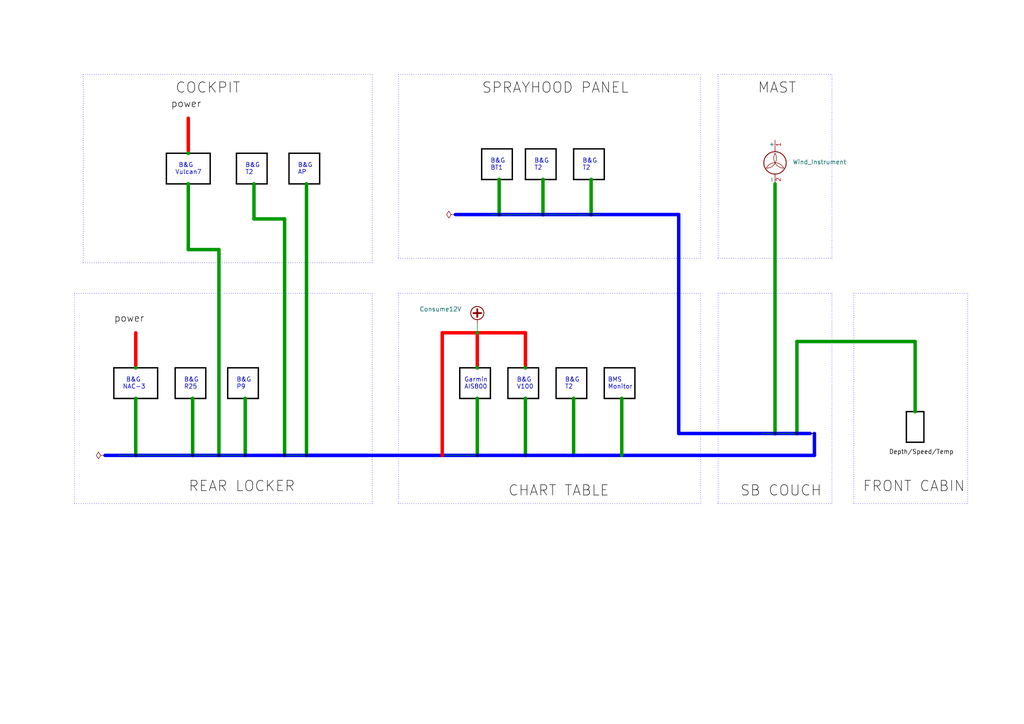
<source format=kicad_sch>
(kicad_sch (version 20231120) (generator "eeschema") (generator_version "8.0")
  (paper "A4")
  (title_block (title "Frk Jensen - Instrument cabling") (date "2025-06-08") (rev "1.1"))
  (lib_symbols
    (symbol "Motor:Fan" (pin_names (offset 0))
      (property "Reference" "M" (at 2.54 5.08 0))
      (property "Value" "Fan" (at 2.54 -2.54 0))
      (symbol "Fan_0_1"
        (arc (start -2.54 -0.508) (mid -0.0014 0.9048) (end 0 3.81))
        (polyline (pts (xy 0 -5.08) (xy 0 -4.572)))
        (polyline (pts (xy 0 -2.2352) (xy 0 -2.6416)))
        (polyline (pts (xy 0 4.2672) (xy 0 4.6228)))
        (polyline (pts (xy 0 4.572) (xy 0 5.08)))
        (circle (center 0 1.016) (radius 3.2512) (stroke (width 0.254)))
        (arc (start 0 3.81) (mid 0.0468 0.9314) (end 2.54 -0.508))
        (arc (start 2.54 -0.508) (mid 0 1.0618) (end -2.54 -0.508))
      )
      (symbol "Fan_1_1"
        (pin passive line (at 0 7.62 270) (length 2.54) (name "+") (number "1"))
        (pin passive line (at 0 -5.08 90) (length 2.54) (name "-") (number "2"))
      )
    )
    (symbol "power:+VDC" (power) (pin_numbers hide) (pin_names (offset 0) hide)
      (property "Value" "+VDC" (at 0 6.35 0))
      (symbol "+VDC_0_1"
        (polyline (pts (xy -1.143 3.175) (xy 1.143 3.175)) (stroke (width 0.508)))
        (polyline (pts (xy 0 0) (xy 0 1.27)))
        (polyline (pts (xy 0 2.032) (xy 0 4.318)) (stroke (width 0.508)))
        (circle (center 0 3.175) (radius 1.905) (stroke (width 0.254)))
      )
      (symbol "+VDC_1_1"
        (pin power_in line (at 0 0 90) (length 0) (name "~") (number "1"))
      )
    )
    (symbol "power:PWR_FLAG" (power) (pin_numbers hide) (pin_names (offset 0) hide)
      (property "Value" "PWR_FLAG" (at 0 3.81 0))
      (symbol "PWR_FLAG_0_0"
        (pin power_out line (at 0 0 90) (length 0) (name "pwr") (number "1"))
      )
      (symbol "PWR_FLAG_0_1"
        (polyline (pts (xy 0 0) (xy 0 1.27) (xy -1.016 1.905) (xy 0 2.54) (xy 1.016 1.905) (xy 0 1.27)))
      )
    )
  )
  (junction (at 39.37 132.08))
  (junction (at 144.78 52.07))
  (junction (at 82.55 132.08))
  (junction (at 138.43 115.57))
  (junction (at 152.4 115.57))
  (junction (at 171.45 52.07))
  (junction (at 138.43 132.08))
  (junction (at 166.37 115.57))
  (junction (at 54.61 53.34))
  (junction (at 63.5 132.08))
  (junction (at 180.34 115.57))
  (junction (at 71.12 115.57))
  (junction (at 39.37 115.57))
  (junction (at 88.9 132.08))
  (junction (at 265.43 119.38))
  (junction (at 55.88 115.57))
  (junction (at 157.48 52.07))
  (junction (at 138.43 96.52))
  (junction (at 39.37 106.68))
  (junction (at 231.14 125.73))
  (junction (at 138.43 106.68))
  (junction (at 71.12 132.08))
  (junction (at 73.66 53.34))
  (junction (at 88.9 53.34))
  (junction (at 171.45 62.23))
  (junction (at 157.48 62.23))
  (junction (at 152.4 132.08))
  (junction (at 224.79 125.73))
  (junction (at 54.61 44.45))
  (junction (at 55.88 132.08))
  (junction (at 144.78 62.23))
  (junction (at 152.4 106.68))
  (wire (pts (xy 48.26 44.45) (xy 48.26 53.34)) (stroke (width 0.4) (color 1 0 0 1)))
  (wire (pts (xy 175.26 115.57) (xy 180.34 115.57)) (stroke (width 0.4) (color 1 0 0 1)))
  (wire (pts (xy 55.88 115.57) (xy 55.88 132.08)) (stroke (width 1)))
  (wire (pts (xy 138.43 115.57) (xy 142.24 115.57)) (stroke (width 0.4) (color 1 0 0 1)))
  (wire (pts (xy 265.43 99.06) (xy 265.43 119.38)) (stroke (width 1)))
  (bus (pts (xy 63.5 132.08) (xy 71.12 132.08)) (stroke (width 1) (color 0 0 255 1)))
  (wire (pts (xy 107.95 76.2) (xy 107.95 21.59)) (stroke (width 0) (type dot) (color 0 0 255 1)))
  (wire (pts (xy 82.55 63.5) (xy 82.55 132.08)) (stroke (width 1)))
  (wire (pts (xy 128.27 132.08) (xy 138.43 132.08)))
  (wire (pts (xy 166.37 43.18) (xy 166.37 52.07)) (stroke (width 0.4) (color 1 0 0 1)))
  (wire (pts (xy 83.82 44.45) (xy 92.71 44.45)) (stroke (width 0.4) (color 1 0 0 1)))
  (wire (pts (xy 66.04 115.57) (xy 71.12 115.57)) (stroke (width 0.4) (color 1 0 0 1)))
  (wire (pts (xy 50.8 106.68) (xy 59.69 106.68)) (stroke (width 0.4) (color 1 0 0 1)))
  (wire (pts (xy 267.97 128.27) (xy 262.89 128.27)) (stroke (width 0.4) (color 1 0 0 1)))
  (wire (pts (xy 142.24 62.23) (xy 144.78 62.23)))
  (wire (pts (xy 88.9 53.34) (xy 88.9 132.08)) (stroke (width 1)))
  (bus (pts (xy 88.9 132.08) (xy 138.43 132.08)) (stroke (width 1) (color 0 0 255 1)))
  (bus (pts (xy 196.85 125.73) (xy 196.85 62.23)) (stroke (width 1) (color 0 0 255 1)))
  (wire (pts (xy 68.58 53.34) (xy 73.66 53.34)) (stroke (width 0.4) (color 1 0 0 1)))
  (wire (pts (xy 166.37 43.18) (xy 175.26 43.18)) (stroke (width 0.4) (color 1 0 0 1)))
  (bus (pts (xy 55.88 132.08) (xy 63.5 132.08)) (stroke (width 1) (color 0 0 255 1)))
  (wire (pts (xy 138.43 106.68) (xy 142.24 106.68)) (stroke (width 0.4) (color 1 0 0 1)))
  (wire (pts (xy 139.7 43.18) (xy 148.59 43.18)) (stroke (width 0.4) (color 1 0 0 1)))
  (wire (pts (xy 55.88 115.57) (xy 59.69 115.57)) (stroke (width 0.4) (color 1 0 0 1)))
  (wire (pts (xy 128.27 96.52) (xy 138.43 96.52)) (stroke (width 1) (color 255 0 0 1)))
  (wire (pts (xy 68.58 44.45) (xy 77.47 44.45)) (stroke (width 0.4) (color 1 0 0 1)))
  (wire (pts (xy 92.71 44.45) (xy 92.71 53.34)) (stroke (width 0.4) (color 1 0 0 1)))
  (bus (pts (xy 144.78 62.23) (xy 157.48 62.23)) (stroke (width 1) (color 0 0 255 1)))
  (wire (pts (xy 54.61 34.29) (xy 54.61 44.45)) (stroke (width 1) (color 255 0 0 1)))
  (wire (pts (xy 267.97 119.38) (xy 267.97 128.27)) (stroke (width 0.4) (color 1 0 0 1)))
  (wire (pts (xy 24.13 76.2) (xy 107.95 76.2)) (stroke (width 0) (type dot) (color 0 0 255 1)))
  (wire (pts (xy 142.24 106.68) (xy 142.24 115.57)) (stroke (width 0.4) (color 1 0 0 1)))
  (bus (pts (xy 196.85 125.73) (xy 224.79 125.73)) (stroke (width 1) (color 0 0 255 1)))
  (wire (pts (xy 50.8 106.68) (xy 50.8 115.57)) (stroke (width 0.4) (color 1 0 0 1)))
  (bus (pts (xy 236.22 125.73) (xy 236.22 132.08)) (stroke (width 1) (color 0 0 255 1)))
  (wire (pts (xy 107.95 146.05) (xy 107.95 85.09)) (stroke (width 0) (type dot) (color 0 0 255 1)))
  (wire (pts (xy 138.43 93.98) (xy 138.43 96.52)))
  (wire (pts (xy 231.14 99.06) (xy 231.14 125.73)) (stroke (width 1)))
  (wire (pts (xy 115.57 146.05) (xy 203.2 146.05)) (stroke (width 0) (type dot) (color 0 0 255 1)))
  (wire (pts (xy 33.02 106.68) (xy 33.02 115.57)) (stroke (width 0.4) (color 1 0 0 1)))
  (wire (pts (xy 175.26 43.18) (xy 175.26 52.07)) (stroke (width 0.4) (color 1 0 0 1)))
  (wire (pts (xy 83.82 53.34) (xy 88.9 53.34)) (stroke (width 0.4) (color 1 0 0 1)))
  (wire (pts (xy 115.57 85.09) (xy 203.2 85.09)) (stroke (width 0) (type dot) (color 0 0 255 1)))
  (wire (pts (xy 171.45 62.23) (xy 173.99 62.23)))
  (wire (pts (xy 208.28 21.59) (xy 208.28 74.93)) (stroke (width 0) (type dot) (color 0 0 255 1)))
  (wire (pts (xy 144.78 52.07) (xy 144.78 62.23)) (stroke (width 1)))
  (wire (pts (xy 170.18 106.68) (xy 170.18 115.57)) (stroke (width 0.4) (color 1 0 0 1)))
  (wire (pts (xy 262.89 119.38) (xy 262.89 128.27)) (stroke (width 0.4) (color 1 0 0 1)))
  (wire (pts (xy 161.29 106.68) (xy 161.29 115.57)) (stroke (width 0.4) (color 1 0 0 1)))
  (wire (pts (xy 224.79 53.34) (xy 224.79 125.73)) (stroke (width 1)))
  (bus (pts (xy 132.08 62.23) (xy 144.78 62.23)) (stroke (width 1) (color 0 0 255 1)))
  (wire (pts (xy 88.9 53.34) (xy 92.71 53.34)) (stroke (width 0.4) (color 1 0 0 1)))
  (wire (pts (xy 77.47 44.45) (xy 77.47 53.34)) (stroke (width 0.4) (color 1 0 0 1)))
  (wire (pts (xy 73.66 63.5) (xy 73.66 53.34)) (stroke (width 1)))
  (wire (pts (xy 152.4 43.18) (xy 152.4 52.07)) (stroke (width 0.4) (color 1 0 0 1)))
  (wire (pts (xy 208.28 85.09) (xy 208.28 146.05)) (stroke (width 0) (type dot) (color 0 0 255 1)))
  (wire (pts (xy 208.28 146.05) (xy 241.3 146.05)) (stroke (width 0) (type dot) (color 0 0 255 1)))
  (wire (pts (xy 203.2 146.05) (xy 203.2 85.09)) (stroke (width 0) (type dot) (color 0 0 255 1)))
  (wire (pts (xy 152.4 115.57) (xy 156.21 115.57)) (stroke (width 0.4) (color 1 0 0 1)))
  (wire (pts (xy 115.57 21.59) (xy 115.57 74.93)) (stroke (width 0) (type dot) (color 0 0 255 1)))
  (wire (pts (xy 54.61 53.34) (xy 60.96 53.34)) (stroke (width 0.4) (color 1 0 0 1)))
  (wire (pts (xy 208.28 21.59) (xy 241.3 21.59)) (stroke (width 0) (type dot) (color 0 0 255 1)))
  (wire (pts (xy 262.89 119.38) (xy 265.43 119.38)) (stroke (width 0.4) (color 1 0 0 1)))
  (wire (pts (xy 39.37 96.52) (xy 39.37 106.68)) (stroke (width 1) (color 255 0 0 1)))
  (wire (pts (xy 180.34 115.57) (xy 180.34 132.08)) (stroke (width 1)))
  (wire (pts (xy 166.37 115.57) (xy 170.18 115.57)) (stroke (width 0.4) (color 1 0 0 1)))
  (wire (pts (xy 33.02 115.57) (xy 39.37 115.57)) (stroke (width 0.4) (color 1 0 0 1)))
  (wire (pts (xy 71.12 115.57) (xy 74.93 115.57)) (stroke (width 0.4) (color 1 0 0 1)))
  (wire (pts (xy 247.65 146.05) (xy 280.67 146.05)) (stroke (width 0) (type dot) (color 0 0 255 1)))
  (wire (pts (xy 148.59 52.07) (xy 144.78 52.07)) (stroke (width 0.4) (color 1 0 0 1)))
  (wire (pts (xy 220.98 125.73) (xy 224.79 125.73)))
  (wire (pts (xy 175.26 106.68) (xy 175.26 115.57)) (stroke (width 0.4) (color 1 0 0 1)))
  (wire (pts (xy 208.28 74.93) (xy 241.3 74.93)) (stroke (width 0) (type dot) (color 0 0 255 1)))
  (wire (pts (xy 231.14 99.06) (xy 265.43 99.06)) (stroke (width 1)))
  (wire (pts (xy 59.69 106.68) (xy 59.69 115.57)) (stroke (width 0.4) (color 1 0 0 1)))
  (wire (pts (xy 161.29 52.07) (xy 157.48 52.07)) (stroke (width 0.4) (color 1 0 0 1)))
  (bus (pts (xy 166.37 132.08) (xy 236.22 132.08)) (stroke (width 1) (color 0 0 255 1)))
  (wire (pts (xy 161.29 43.18) (xy 161.29 52.07)) (stroke (width 0.4) (color 1 0 0 1)))
  (bus (pts (xy 30.48 132.08) (xy 39.37 132.08)) (stroke (width 1) (color 0 0 255 1)))
  (wire (pts (xy 48.26 44.45) (xy 54.61 44.45)) (stroke (width 0.4) (color 1 0 0 1)))
  (wire (pts (xy 175.26 106.68) (xy 184.15 106.68)) (stroke (width 0.4) (color 1 0 0 1)))
  (bus (pts (xy 39.37 132.08) (xy 55.88 132.08)) (stroke (width 1) (color 0 0 255 1)))
  (wire (pts (xy 161.29 106.68) (xy 170.18 106.68)) (stroke (width 0.4) (color 1 0 0 1)))
  (wire (pts (xy 138.43 115.57) (xy 138.43 132.08)) (stroke (width 1)))
  (bus (pts (xy 71.12 132.08) (xy 82.55 132.08)))
  (wire (pts (xy 74.93 106.68) (xy 74.93 115.57)) (stroke (width 0.4) (color 1 0 0 1)))
  (wire (pts (xy 21.59 146.05) (xy 107.95 146.05)) (stroke (width 0) (type dot) (color 0 0 255 1)))
  (wire (pts (xy 133.35 106.68) (xy 133.35 115.57)) (stroke (width 0.4) (color 1 0 0 1)))
  (wire (pts (xy 138.43 96.52) (xy 138.43 106.68)) (stroke (width 1) (color 255 0 0 1)))
  (wire (pts (xy 280.67 146.05) (xy 280.67 85.09)) (stroke (width 0) (type dot) (color 0 0 255 1)))
  (wire (pts (xy 247.65 85.09) (xy 280.67 85.09)) (stroke (width 0) (type dot) (color 0 0 255 1)))
  (wire (pts (xy 133.35 106.68) (xy 138.43 106.68)) (stroke (width 0.4) (color 1 0 0 1)))
  (bus (pts (xy 171.45 62.23) (xy 196.85 62.23)) (stroke (width 1) (color 0 0 255 1)))
  (wire (pts (xy 157.48 52.07) (xy 152.4 52.07)) (stroke (width 0.4) (color 1 0 0 1)))
  (wire (pts (xy 21.59 85.09) (xy 21.59 146.05)) (stroke (width 0) (type dot) (color 0 0 255 1)))
  (wire (pts (xy 148.59 43.18) (xy 148.59 52.07)) (stroke (width 0.4) (color 1 0 0 1)))
  (wire (pts (xy 50.8 115.57) (xy 55.88 115.57)) (stroke (width 0.4) (color 1 0 0 1)))
  (wire (pts (xy 63.5 72.39) (xy 63.5 132.08)) (stroke (width 1)))
  (bus (pts (xy 231.14 125.73) (xy 236.22 125.73)))
  (wire (pts (xy 39.37 115.57) (xy 39.37 132.08)) (stroke (width 1)))
  (bus (pts (xy 82.55 132.08) (xy 88.9 132.08)) (stroke (width 1) (color 0 0 255 1)))
  (bus (pts (xy 224.79 125.73) (xy 231.14 125.73)) (stroke (width 1) (color 0 0 255 1)))
  (wire (pts (xy 73.66 63.5) (xy 82.55 63.5)) (stroke (width 1)))
  (wire (pts (xy 54.61 44.45) (xy 60.96 44.45)) (stroke (width 0.4) (color 1 0 0 1)))
  (wire (pts (xy 34.29 132.08) (xy 39.37 132.08)))
  (wire (pts (xy 39.37 106.68) (xy 45.72 106.68)) (stroke (width 0.4) (color 1 0 0 1)))
  (wire (pts (xy 247.65 85.09) (xy 247.65 146.05)) (stroke (width 0) (type dot) (color 0 0 255 1)))
  (wire (pts (xy 48.26 53.34) (xy 54.61 53.34)) (stroke (width 0.4) (color 1 0 0 1)))
  (wire (pts (xy 152.4 132.08) (xy 166.37 132.08)) (stroke (width 1) (color 0 0 255 1)))
  (wire (pts (xy 45.72 106.68) (xy 45.72 115.57)) (stroke (width 0.4) (color 1 0 0 1)))
  (wire (pts (xy 203.2 74.93) (xy 203.2 21.59)) (stroke (width 0) (type dot) (color 0 0 255 1)))
  (wire (pts (xy 152.4 106.68) (xy 156.21 106.68)) (stroke (width 0.4) (color 1 0 0 1)))
  (wire (pts (xy 71.12 115.57) (xy 71.12 132.08)) (stroke (width 1)))
  (wire (pts (xy 139.7 43.18) (xy 139.7 52.07)) (stroke (width 0.4) (color 1 0 0 1)))
  (wire (pts (xy 138.43 132.08) (xy 152.4 132.08)) (stroke (width 1) (color 0 0 255 1)))
  (wire (pts (xy 66.04 106.68) (xy 74.93 106.68)) (stroke (width 0.4) (color 1 0 0 1)))
  (wire (pts (xy 152.4 96.52) (xy 152.4 106.68)) (stroke (width 1) (color 255 0 0 1)))
  (wire (pts (xy 73.66 53.34) (xy 77.47 53.34)) (stroke (width 0.4) (color 1 0 0 1)))
  (wire (pts (xy 128.27 96.52) (xy 128.27 132.08)) (stroke (width 1) (color 255 0 0 1)))
  (wire (pts (xy 157.48 62.23) (xy 171.45 62.23)))
  (wire (pts (xy 33.02 106.68) (xy 39.37 106.68)) (stroke (width 0.4) (color 1 0 0 1)))
  (wire (pts (xy 241.3 74.93) (xy 241.3 21.59)) (stroke (width 0) (type dot) (color 0 0 255 1)))
  (wire (pts (xy 82.55 132.08) (xy 88.9 132.08)))
  (wire (pts (xy 88.9 132.08) (xy 106.68 132.08)) (stroke (width 1) (color 0 0 255 1)))
  (bus (pts (xy 138.43 132.08) (xy 152.4 132.08)))
  (wire (pts (xy 208.28 85.09) (xy 241.3 85.09)) (stroke (width 0) (type dot) (color 0 0 255 1)))
  (wire (pts (xy 21.59 85.09) (xy 107.95 85.09)) (stroke (width 0) (type dot) (color 0 0 255 1)))
  (wire (pts (xy 39.37 132.08) (xy 55.88 132.08)))
  (wire (pts (xy 171.45 52.07) (xy 166.37 52.07)) (stroke (width 0.4) (color 1 0 0 1)))
  (wire (pts (xy 83.82 44.45) (xy 83.82 53.34)) (stroke (width 0.4) (color 1 0 0 1)))
  (wire (pts (xy 156.21 106.68) (xy 156.21 115.57)) (stroke (width 0.4) (color 1 0 0 1)))
  (wire (pts (xy 147.32 106.68) (xy 147.32 115.57)) (stroke (width 0.4) (color 1 0 0 1)))
  (wire (pts (xy 152.4 115.57) (xy 152.4 132.08)) (stroke (width 1)))
  (wire (pts (xy 161.29 115.57) (xy 166.37 115.57)) (stroke (width 0.4) (color 1 0 0 1)))
  (wire (pts (xy 224.79 125.73) (xy 231.14 125.73)))
  (wire (pts (xy 144.78 62.23) (xy 157.48 62.23)))
  (bus (pts (xy 157.48 62.23) (xy 171.45 62.23)) (stroke (width 1) (color 0 0 255 1)))
  (wire (pts (xy 66.04 106.68) (xy 66.04 115.57)) (stroke (width 0.4) (color 1 0 0 1)))
  (wire (pts (xy 54.61 72.39) (xy 63.5 72.39)) (stroke (width 1)))
  (wire (pts (xy 184.15 106.68) (xy 184.15 115.57)) (stroke (width 0.4) (color 1 0 0 1)))
  (wire (pts (xy 152.4 43.18) (xy 161.29 43.18)) (stroke (width 0.4) (color 1 0 0 1)))
  (wire (pts (xy 175.26 52.07) (xy 171.45 52.07)) (stroke (width 0.4) (color 1 0 0 1)))
  (wire (pts (xy 147.32 106.68) (xy 152.4 106.68)) (stroke (width 0.4) (color 1 0 0 1)))
  (wire (pts (xy 24.13 21.59) (xy 24.13 76.2)) (stroke (width 0) (type dot) (color 0 0 255 1)))
  (wire (pts (xy 71.12 132.08) (xy 82.55 132.08)) (stroke (width 1) (color 0 0 255 1)))
  (wire (pts (xy 180.34 115.57) (xy 184.15 115.57)) (stroke (width 0.4) (color 1 0 0 1)))
  (wire (pts (xy 265.43 119.38) (xy 267.97 119.38)) (stroke (width 0.4) (color 1 0 0 1)))
  (wire (pts (xy 147.32 115.57) (xy 152.4 115.57)) (stroke (width 0.4) (color 1 0 0 1)))
  (wire (pts (xy 138.43 96.52) (xy 152.4 96.52)) (stroke (width 1) (color 255 0 0 1)))
  (wire (pts (xy 115.57 21.59) (xy 203.2 21.59)) (stroke (width 0) (type dot) (color 0 0 255 1)))
  (wire (pts (xy 231.14 125.73) (xy 234.95 125.73)) (stroke (width 1) (color 0 0 255 1)))
  (wire (pts (xy 63.5 132.08) (xy 71.12 132.08)))
  (wire (pts (xy 166.37 115.57) (xy 166.37 132.08)) (stroke (width 1)))
  (wire (pts (xy 39.37 115.57) (xy 45.72 115.57)) (stroke (width 0.4) (color 1 0 0 1)))
  (wire (pts (xy 115.57 85.09) (xy 115.57 146.05)) (stroke (width 0) (type dot) (color 0 0 255 1)))
  (wire (pts (xy 54.61 53.34) (xy 54.61 72.39)) (stroke (width 1)))
  (wire (pts (xy 241.3 146.05) (xy 241.3 85.09)) (stroke (width 0) (type dot) (color 0 0 255 1)))
  (wire (pts (xy 171.45 52.07) (xy 171.45 62.23)) (stroke (width 1)))
  (wire (pts (xy 133.35 115.57) (xy 138.43 115.57)) (stroke (width 0.4) (color 1 0 0 1)))
  (wire (pts (xy 68.58 44.45) (xy 68.58 53.34)) (stroke (width 0.4) (color 1 0 0 1)))
  (wire (pts (xy 60.96 44.45) (xy 60.96 53.34)) (stroke (width 0.4) (color 1 0 0 1)))
  (wire (pts (xy 157.48 52.07) (xy 157.48 62.23)) (stroke (width 1)))
  (wire (pts (xy 55.88 132.08) (xy 63.5 132.08)))
  (wire (pts (xy 24.13 21.59) (xy 107.95 21.59)) (stroke (width 0) (type dot) (color 0 0 255 1)))
  (wire (pts (xy 144.78 52.07) (xy 139.7 52.07)) (stroke (width 0.4) (color 1 0 0 1)))
  (wire (pts (xy 115.57 74.93) (xy 203.2 74.93)) (stroke (width 0) (type dot) (color 0 0 255 1)))
  (text "Garmin\nAIS800" (at 134.62 113.03 0) (effects (font (size 1.27 1.27)) (justify left bottom)))
  (text "B&G\nP9" (at 68.58 113.03 0) (effects (font (size 1.27 1.27)) (justify left bottom)))
  (text "B&G\nBT1" (at 142.24 49.53 0) (effects (font (size 1.27 1.27)) (justify left bottom)))
  (text "B&G\nV100" (at 149.86 113.03 0) (effects (font (size 1.27 1.27)) (justify left bottom)))
  (text "B&G\nR25" (at 53.34 113.03 0) (effects (font (size 1.27 1.27)) (justify left bottom)))
  (text " B&G\nVulcan7" (at 50.8 50.8 0) (effects (font (size 1.27 1.27)) (justify left bottom)))
  (text " B&G\nNAC-3" (at 35.56 113.03 0) (effects (font (size 1.27 1.27)) (justify left bottom)))
  (text "B&G\nT2" (at 163.83 113.03 0) (effects (font (size 1.27 1.27)) (justify left bottom)))
  (text "B&G\nT2" (at 154.94 49.53 0) (effects (font (size 1.27 1.27)) (justify left bottom)))
  (text "BMS\nMonitor" (at 176.276 113.03 0) (effects (font (size 1.27 1.27)) (justify left bottom)))
  (text "B&G\nT2" (at 168.91 49.53 0) (effects (font (size 1.27 1.27)) (justify left bottom)))
  (text "B&G\nT2" (at 71.12 50.8 0) (effects (font (size 1.27 1.27)) (justify left bottom)))
  (text "B&G\nAP" (at 86.36 50.8 0) (effects (font (size 1.27 1.27)) (justify left bottom)))
  (label "COCKPIT" (at 50.8 27.94 0) (effects (font (size 3 3))))
  (label "FRONT CABIN" (at 250.19 143.51 0) (effects (font (size 3 3))))
  (label "MAST" (at 219.71 27.94 0) (effects (font (size 3 3))))
  (label "REAR LOCKER" (at 54.61 143.51 0) (effects (font (size 3 3))))
  (label "CHART TABLE" (at 147.32 144.78 0) (effects (font (size 3 3))))
  (label "SPRAYHOOD PANEL" (at 139.7 27.94 0) (effects (font (size 3 3))))
  (label "power" (at 58.42 31.75 180) (effects (font (size 2 2))))
  (label "power" (at 41.91 93.98 180) (effects (font (size 2 2))))
  (label "Depth{slash}Speed{slash}Temp" (at 257.81 132.08 0))
  (label "SB COUCH" (at 214.63 144.78 0) (effects (font (size 3 3))))
  (symbol (lib_id "power:PWR_FLAG") (at 132.08 62.23 90) (unit 1)
    (property "Reference" "#FLG?" (effects (hide yes)))
    (property "Value" "PWR_FLAG" (effects (hide yes)))
  )
  (symbol (lib_id "power:+VDC") (at 138.43 93.98 0) (unit 1)
    (property "Reference" "#PWR1" (effects (hide yes)))
    (property "Value" "Consume12V" (at 127.762 89.662 0))
    (property "Description" "Power symbol creates a global label with name \"+VDC\"" (effects (hide yes)))
  )
  (symbol (lib_id "Motor:Fan") (at 224.79 48.26 0) (unit 1)
    (property "Reference" "Wind_Instrument" (at 229.87 46.9899 0) (effects (justify left)))
    (property "Value" "Wind instrument" (effects (hide yes)))
  )
  (symbol (lib_id "power:PWR_FLAG") (at 30.48 132.08 90) (unit 1)
    (property "Reference" "#FLG?" (effects (hide yes)))
    (property "Value" "PWR_FLAG" (effects (hide yes)))
  )
)
</source>
